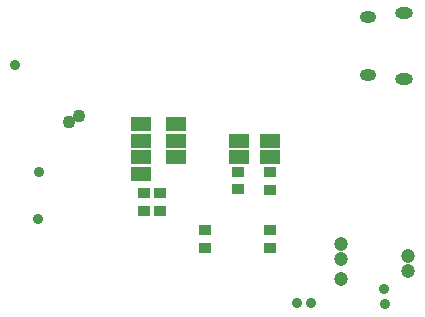
<source format=gbs>
G04 Layer_Color=16711935*
%FSAX44Y44*%
%MOMM*%
G71*
G01*
G75*
%ADD50R,1.1032X0.9032*%
%ADD64R,1.7032X1.1532*%
%ADD75O,1.5032X1.0032*%
%ADD76O,1.4032X1.0032*%
%ADD77C,1.1032*%
%ADD78C,1.2032*%
%ADD79C,0.9032*%
D50*
X00923798Y00806062D02*
D03*
Y00821062D02*
D03*
X00910082Y00821062D02*
D03*
Y00806062D02*
D03*
X01016762Y00775074D02*
D03*
Y00790074D02*
D03*
X00961644Y00775074D02*
D03*
Y00790074D02*
D03*
X00989838Y00824350D02*
D03*
Y00839350D02*
D03*
X01017270Y00824096D02*
D03*
Y00839096D02*
D03*
D64*
X01017016Y00851662D02*
D03*
X00990346D02*
D03*
Y00865632D02*
D03*
X00907288Y00879602D02*
D03*
X00937006D02*
D03*
Y00865632D02*
D03*
Y00851662D02*
D03*
X00907288Y00837438D02*
D03*
Y00851662D02*
D03*
Y00865632D02*
D03*
X01017016D02*
D03*
D75*
X01130046Y00973802D02*
D03*
Y00917702D02*
D03*
D76*
X01099746Y00921502D02*
D03*
Y00970002D02*
D03*
D77*
X00846836Y00881634D02*
D03*
X00855218Y00886460D02*
D03*
D78*
X01076960Y00765048D02*
D03*
Y00778002D02*
D03*
Y00748284D02*
D03*
X01133602Y00767588D02*
D03*
X01133348Y00754888D02*
D03*
D79*
X01114044Y00727202D02*
D03*
X01113536Y00739648D02*
D03*
X00820420Y00799084D02*
D03*
X00821436Y00838962D02*
D03*
X01040130Y00727710D02*
D03*
X01051814D02*
D03*
X00801370Y00929894D02*
D03*
M02*

</source>
